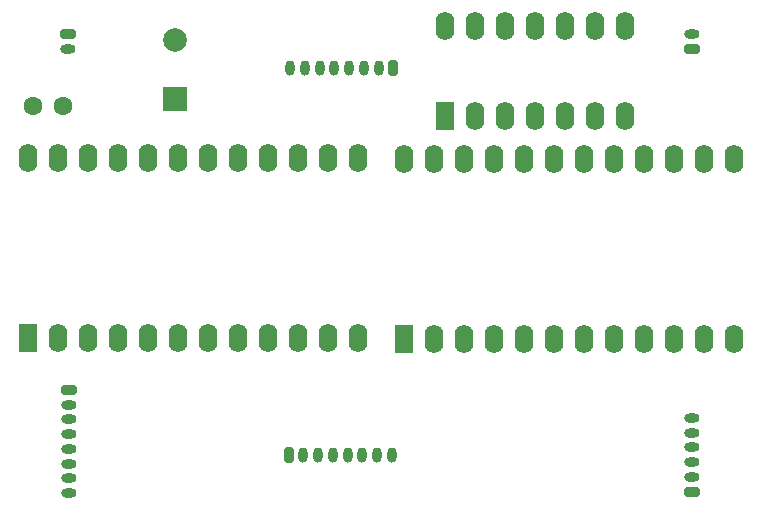
<source format=gbr>
%TF.GenerationSoftware,KiCad,Pcbnew,8.0.3*%
%TF.CreationDate,2024-07-14T22:50:12-07:00*%
%TF.ProjectId,Artemis ALU Module,41727465-6d69-4732-9041-4c55204d6f64,rev?*%
%TF.SameCoordinates,Original*%
%TF.FileFunction,Soldermask,Bot*%
%TF.FilePolarity,Negative*%
%FSLAX46Y46*%
G04 Gerber Fmt 4.6, Leading zero omitted, Abs format (unit mm)*
G04 Created by KiCad (PCBNEW 8.0.3) date 2024-07-14 22:50:12*
%MOMM*%
%LPD*%
G01*
G04 APERTURE LIST*
G04 Aperture macros list*
%AMRoundRect*
0 Rectangle with rounded corners*
0 $1 Rounding radius*
0 $2 $3 $4 $5 $6 $7 $8 $9 X,Y pos of 4 corners*
0 Add a 4 corners polygon primitive as box body*
4,1,4,$2,$3,$4,$5,$6,$7,$8,$9,$2,$3,0*
0 Add four circle primitives for the rounded corners*
1,1,$1+$1,$2,$3*
1,1,$1+$1,$4,$5*
1,1,$1+$1,$6,$7*
1,1,$1+$1,$8,$9*
0 Add four rect primitives between the rounded corners*
20,1,$1+$1,$2,$3,$4,$5,0*
20,1,$1+$1,$4,$5,$6,$7,0*
20,1,$1+$1,$6,$7,$8,$9,0*
20,1,$1+$1,$8,$9,$2,$3,0*%
G04 Aperture macros list end*
%ADD10R,1.600000X2.400000*%
%ADD11O,1.600000X2.400000*%
%ADD12RoundRect,0.200000X0.450000X-0.200000X0.450000X0.200000X-0.450000X0.200000X-0.450000X-0.200000X0*%
%ADD13O,1.300000X0.800000*%
%ADD14RoundRect,0.200000X-0.200000X-0.450000X0.200000X-0.450000X0.200000X0.450000X-0.200000X0.450000X0*%
%ADD15O,0.800000X1.300000*%
%ADD16RoundRect,0.200000X-0.450000X0.200000X-0.450000X-0.200000X0.450000X-0.200000X0.450000X0.200000X0*%
%ADD17C,1.600000*%
%ADD18RoundRect,0.200000X0.200000X0.450000X-0.200000X0.450000X-0.200000X-0.450000X0.200000X-0.450000X0*%
%ADD19R,2.000000X2.000000*%
%ADD20C,2.000000*%
G04 APERTURE END LIST*
D10*
%TO.C,U3*%
X179375000Y-80300000D03*
D11*
X181915000Y-80300000D03*
X184455000Y-80300000D03*
X186995000Y-80300000D03*
X189535000Y-80300000D03*
X192075000Y-80300000D03*
X194615000Y-80300000D03*
X194615000Y-72680000D03*
X192075000Y-72680000D03*
X189535000Y-72680000D03*
X186995000Y-72680000D03*
X184455000Y-72680000D03*
X181915000Y-72680000D03*
X179375000Y-72680000D03*
%TD*%
D12*
%TO.C,J4*%
X200300000Y-112125000D03*
D13*
X200300000Y-110875000D03*
X200300000Y-109625000D03*
X200300000Y-108375000D03*
X200300000Y-107125000D03*
X200300000Y-105875000D03*
%TD*%
D14*
%TO.C,J1*%
X166125000Y-109000000D03*
D15*
X167375000Y-109000000D03*
X168625000Y-109000000D03*
X169875000Y-109000000D03*
X171125000Y-109000000D03*
X172375000Y-109000000D03*
X173625000Y-109000000D03*
X174875000Y-109000000D03*
%TD*%
D16*
%TO.C,J6*%
X147450000Y-73375000D03*
D13*
X147450000Y-74625000D03*
%TD*%
D16*
%TO.C,J3*%
X147500000Y-103500000D03*
D13*
X147500000Y-104750000D03*
X147500000Y-106000000D03*
X147500000Y-107250000D03*
X147500000Y-108500000D03*
X147500000Y-109750000D03*
X147500000Y-111000000D03*
X147500000Y-112250000D03*
%TD*%
D17*
%TO.C,C2*%
X147000000Y-79500000D03*
X144500000Y-79500000D03*
%TD*%
D10*
%TO.C,U2*%
X175920000Y-99240000D03*
D11*
X178460000Y-99240000D03*
X181000000Y-99240000D03*
X183540000Y-99240000D03*
X186080000Y-99240000D03*
X188620000Y-99240000D03*
X191160000Y-99240000D03*
X193700000Y-99240000D03*
X196240000Y-99240000D03*
X198780000Y-99240000D03*
X201320000Y-99240000D03*
X203860000Y-99240000D03*
X203860000Y-84000000D03*
X201320000Y-84000000D03*
X198780000Y-84000000D03*
X196240000Y-84000000D03*
X193700000Y-84000000D03*
X191160000Y-84000000D03*
X188620000Y-84000000D03*
X186080000Y-84000000D03*
X183540000Y-84000000D03*
X181000000Y-84000000D03*
X178460000Y-84000000D03*
X175920000Y-84000000D03*
%TD*%
D12*
%TO.C,J5*%
X200300000Y-74625000D03*
D13*
X200300000Y-73375000D03*
%TD*%
D18*
%TO.C,J2*%
X175000000Y-76250000D03*
D15*
X173750000Y-76250000D03*
X172500000Y-76250000D03*
X171250000Y-76250000D03*
X170000000Y-76250000D03*
X168750000Y-76250000D03*
X167500000Y-76250000D03*
X166250000Y-76250000D03*
%TD*%
D10*
%TO.C,U1*%
X144025000Y-99125000D03*
D11*
X146565000Y-99125000D03*
X149105000Y-99125000D03*
X151645000Y-99125000D03*
X154185000Y-99125000D03*
X156725000Y-99125000D03*
X159265000Y-99125000D03*
X161805000Y-99125000D03*
X164345000Y-99125000D03*
X166885000Y-99125000D03*
X169425000Y-99125000D03*
X171965000Y-99125000D03*
X171965000Y-83885000D03*
X169425000Y-83885000D03*
X166885000Y-83885000D03*
X164345000Y-83885000D03*
X161805000Y-83885000D03*
X159265000Y-83885000D03*
X156725000Y-83885000D03*
X154185000Y-83885000D03*
X151645000Y-83885000D03*
X149105000Y-83885000D03*
X146565000Y-83885000D03*
X144025000Y-83885000D03*
%TD*%
D19*
%TO.C,C1*%
X156500000Y-78867677D03*
D20*
X156500000Y-73867677D03*
%TD*%
M02*

</source>
